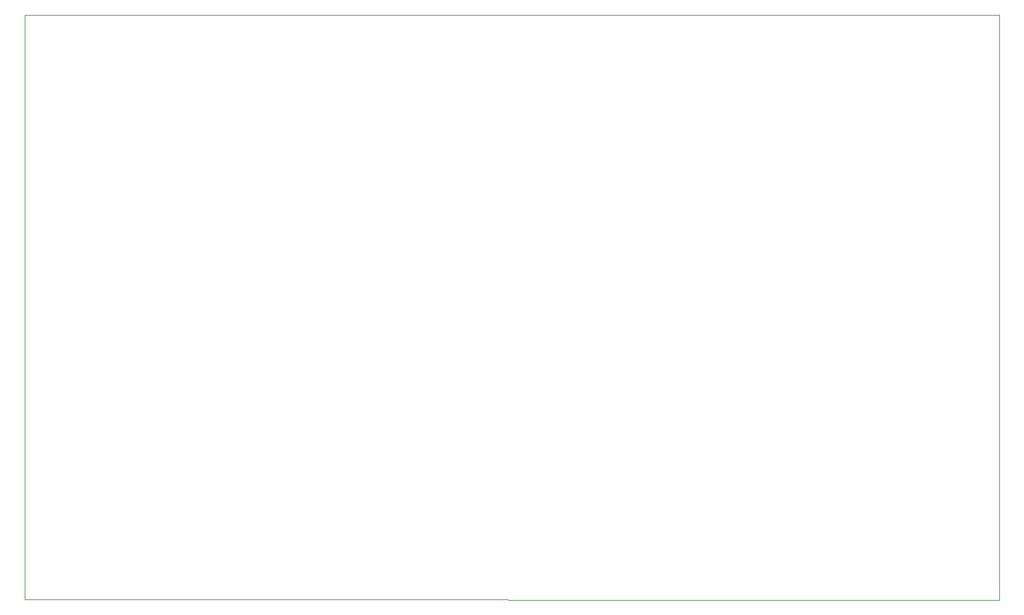
<source format=gbr>
%TF.GenerationSoftware,KiCad,Pcbnew,(7.0.0)*%
%TF.CreationDate,2023-05-30T12:42:47-06:00*%
%TF.ProjectId,GolfSpeedSensor,476f6c66-5370-4656-9564-53656e736f72,rev?*%
%TF.SameCoordinates,Original*%
%TF.FileFunction,Profile,NP*%
%FSLAX46Y46*%
G04 Gerber Fmt 4.6, Leading zero omitted, Abs format (unit mm)*
G04 Created by KiCad (PCBNEW (7.0.0)) date 2023-05-30 12:42:47*
%MOMM*%
%LPD*%
G01*
G04 APERTURE LIST*
%TA.AperFunction,Profile*%
%ADD10C,0.100000*%
%TD*%
G04 APERTURE END LIST*
D10*
X213500000Y-131200000D02*
X86600000Y-131100000D01*
X86600000Y-55000000D01*
X213500000Y-55000000D01*
X213500000Y-131200000D01*
M02*

</source>
